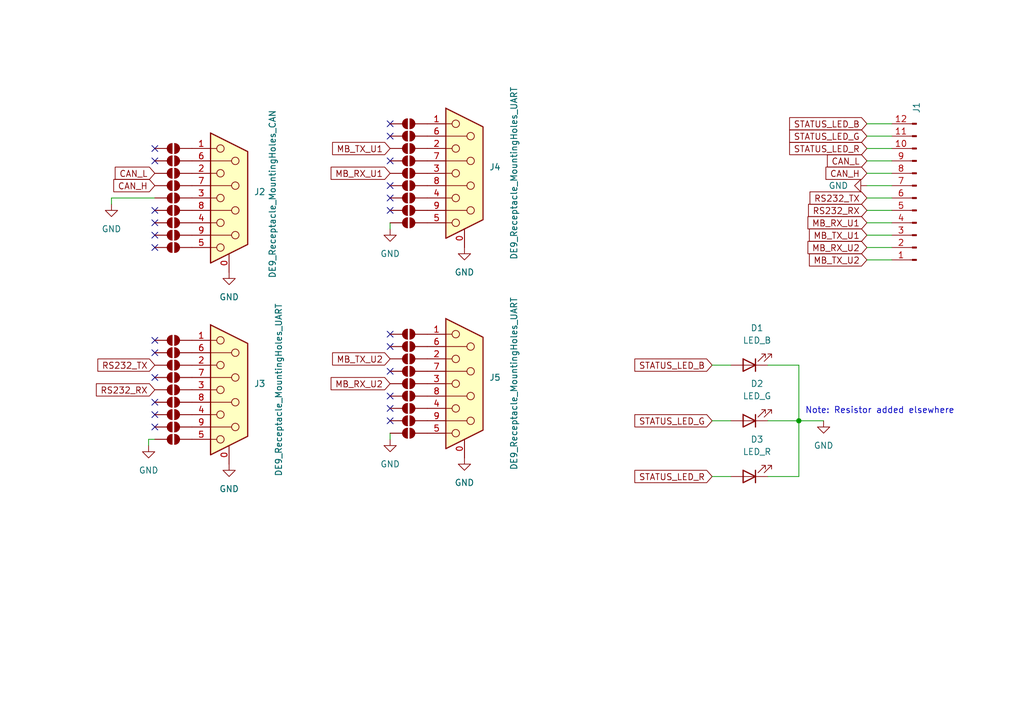
<source format=kicad_sch>
(kicad_sch (version 20231120) (generator "eeschema") (generator_version "8.0")
  (paper "A5")
  (lib_symbols
    (symbol "Connector:Conn_01x12_Pin" (pin_names (offset 1.016) hide)
      (property "Reference" "J" (at 0 15.24 0))
      (property "Value" "Conn_01x12_Pin" (at 0 -17.78 0))
      (symbol "Conn_01x12_Pin_1_1"
        (polyline (pts (xy 1.27 -15.24) (xy 0.8636 -15.24)) (stroke (width 0.1524)))
        (polyline (pts (xy 1.27 -12.7) (xy 0.8636 -12.7)) (stroke (width 0.1524)))
        (polyline (pts (xy 1.27 -10.16) (xy 0.8636 -10.16)) (stroke (width 0.1524)))
        (polyline (pts (xy 1.27 -7.62) (xy 0.8636 -7.62)) (stroke (width 0.1524)))
        (polyline (pts (xy 1.27 -5.08) (xy 0.8636 -5.08)) (stroke (width 0.1524)))
        (polyline (pts (xy 1.27 -2.54) (xy 0.8636 -2.54)) (stroke (width 0.1524)))
        (polyline (pts (xy 1.27 0) (xy 0.8636 0)) (stroke (width 0.1524)))
        (polyline (pts (xy 1.27 2.54) (xy 0.8636 2.54)) (stroke (width 0.1524)))
        (polyline (pts (xy 1.27 5.08) (xy 0.8636 5.08)) (stroke (width 0.1524)))
        (polyline (pts (xy 1.27 7.62) (xy 0.8636 7.62)) (stroke (width 0.1524)))
        (polyline (pts (xy 1.27 10.16) (xy 0.8636 10.16)) (stroke (width 0.1524)))
        (polyline (pts (xy 1.27 12.7) (xy 0.8636 12.7)) (stroke (width 0.1524)))
        (rectangle (start 0.8636 -15.113) (end 0 -15.367) (stroke (width 0.1524)) (fill (type outline)))
        (rectangle (start 0.8636 -12.573) (end 0 -12.827) (stroke (width 0.1524)) (fill (type outline)))
        (rectangle (start 0.8636 -10.033) (end 0 -10.287) (stroke (width 0.1524)) (fill (type outline)))
        (rectangle (start 0.8636 -7.493) (end 0 -7.747) (stroke (width 0.1524)) (fill (type outline)))
        (rectangle (start 0.8636 -4.953) (end 0 -5.207) (stroke (width 0.1524)) (fill (type outline)))
        (rectangle (start 0.8636 -2.413) (end 0 -2.667) (stroke (width 0.1524)) (fill (type outline)))
        (rectangle (start 0.8636 0.127) (end 0 -0.127) (stroke (width 0.1524)) (fill (type outline)))
        (rectangle (start 0.8636 2.667) (end 0 2.413) (stroke (width 0.1524)) (fill (type outline)))
        (rectangle (start 0.8636 5.207) (end 0 4.953) (stroke (width 0.1524)) (fill (type outline)))
        (rectangle (start 0.8636 7.747) (end 0 7.493) (stroke (width 0.1524)) (fill (type outline)))
        (rectangle (start 0.8636 10.287) (end 0 10.033) (stroke (width 0.1524)) (fill (type outline)))
        (rectangle (start 0.8636 12.827) (end 0 12.573) (stroke (width 0.1524)) (fill (type outline)))
        (pin passive line (at 5.08 12.7 180) (length 3.81) (name "Pin_1") (number "1"))
        (pin passive line (at 5.08 -10.16 180) (length 3.81) (name "Pin_10") (number "10"))
        (pin passive line (at 5.08 -12.7 180) (length 3.81) (name "Pin_11") (number "11"))
        (pin passive line (at 5.08 -15.24 180) (length 3.81) (name "Pin_12") (number "12"))
        (pin passive line (at 5.08 10.16 180) (length 3.81) (name "Pin_2") (number "2"))
        (pin passive line (at 5.08 7.62 180) (length 3.81) (name "Pin_3") (number "3"))
        (pin passive line (at 5.08 5.08 180) (length 3.81) (name "Pin_4") (number "4"))
        (pin passive line (at 5.08 2.54 180) (length 3.81) (name "Pin_5") (number "5"))
        (pin passive line (at 5.08 0 180) (length 3.81) (name "Pin_6") (number "6"))
        (pin passive line (at 5.08 -2.54 180) (length 3.81) (name "Pin_7") (number "7"))
        (pin passive line (at 5.08 -5.08 180) (length 3.81) (name "Pin_8") (number "8"))
        (pin passive line (at 5.08 -7.62 180) (length 3.81) (name "Pin_9") (number "9"))
      )
    )
    (symbol "Connector:DE9_Receptacle_MountingHoles" (pin_names (offset 1.016) hide)
      (property "Reference" "J" (at 0 16.51 0))
      (property "Value" "DE9_Receptacle_MountingHoles" (at 0 14.605 0))
      (symbol "DE9_Receptacle_MountingHoles_0_1"
        (circle (center -1.778 -10.16) (radius 0.762))
        (circle (center -1.778 -5.08) (radius 0.762))
        (circle (center -1.778 0) (radius 0.762))
        (circle (center -1.778 5.08) (radius 0.762))
        (circle (center -1.778 10.16) (radius 0.762))
        (polyline (pts (xy -3.81 -10.16) (xy -2.54 -10.16)))
        (polyline (pts (xy -3.81 -7.62) (xy 0.508 -7.62)))
        (polyline (pts (xy -3.81 -5.08) (xy -2.54 -5.08)))
        (polyline (pts (xy -3.81 -2.54) (xy 0.508 -2.54)))
        (polyline (pts (xy -3.81 0) (xy -2.54 0)))
        (polyline (pts (xy -3.81 2.54) (xy 0.508 2.54)))
        (polyline (pts (xy -3.81 5.08) (xy -2.54 5.08)))
        (polyline (pts (xy -3.81 7.62) (xy 0.508 7.62)))
        (polyline (pts (xy -3.81 10.16) (xy -2.54 10.16)))
        (polyline (pts (xy -3.81 13.335) (xy -3.81 -13.335) (xy 3.81 -9.525) (xy 3.81 9.525) (xy -3.81 13.335)) (stroke (width 0.254)) (fill (type background)))
        (circle (center 1.27 -7.62) (radius 0.762))
        (circle (center 1.27 -2.54) (radius 0.762))
        (circle (center 1.27 2.54) (radius 0.762))
        (circle (center 1.27 7.62) (radius 0.762))
      )
      (symbol "DE9_Receptacle_MountingHoles_1_1"
        (pin passive line (at 0 -15.24 90) (length 3.81) (name "PAD") (number "0"))
        (pin passive line (at -7.62 10.16 0) (length 3.81) (name "1") (number "1"))
        (pin passive line (at -7.62 5.08 0) (length 3.81) (name "2") (number "2"))
        (pin passive line (at -7.62 0 0) (length 3.81) (name "3") (number "3"))
        (pin passive line (at -7.62 -5.08 0) (length 3.81) (name "4") (number "4"))
        (pin passive line (at -7.62 -10.16 0) (length 3.81) (name "5") (number "5"))
        (pin passive line (at -7.62 7.62 0) (length 3.81) (name "6") (number "6"))
        (pin passive line (at -7.62 2.54 0) (length 3.81) (name "7") (number "7"))
        (pin passive line (at -7.62 -2.54 0) (length 3.81) (name "8") (number "8"))
        (pin passive line (at -7.62 -7.62 0) (length 3.81) (name "9") (number "9"))
      )
    )
    (symbol "Device:LED" (pin_numbers hide) (pin_names (offset 1.016) hide)
      (property "Reference" "D" (at 0 2.54 0))
      (property "Value" "LED" (at 0 -2.54 0))
      (symbol "LED_0_1"
        (polyline (pts (xy -1.27 -1.27) (xy -1.27 1.27)) (stroke (width 0.254)))
        (polyline (pts (xy -1.27 0) (xy 1.27 0)))
        (polyline (pts (xy 1.27 -1.27) (xy 1.27 1.27) (xy -1.27 0) (xy 1.27 -1.27)) (stroke (width 0.254)))
        (polyline (pts (xy -3.048 -0.762) (xy -4.572 -2.286) (xy -3.81 -2.286) (xy -4.572 -2.286) (xy -4.572 -1.524)))
        (polyline (pts (xy -1.778 -0.762) (xy -3.302 -2.286) (xy -2.54 -2.286) (xy -3.302 -2.286) (xy -3.302 -1.524)))
      )
      (symbol "LED_1_1"
        (pin passive line (at -3.81 0 0) (length 2.54) (name "K") (number "1"))
        (pin passive line (at 3.81 0 180) (length 2.54) (name "A") (number "2"))
      )
    )
    (symbol "Jumper:SolderJumper_2_Open" (pin_numbers hide) (pin_names (offset 0) hide) (exclude_from_sim yes) (in_bom no)
      (property "Reference" "JP" (at 0 2.032 0))
      (property "Value" "SolderJumper_2_Open" (at 0 -2.54 0))
      (symbol "SolderJumper_2_Open_0_1"
        (arc (start -0.254 1.016) (mid -1.2656 0) (end -0.254 -1.016))
        (arc (start -0.254 1.016) (mid -1.2656 0) (end -0.254 -1.016) (fill (type outline)))
        (polyline (pts (xy -0.254 1.016) (xy -0.254 -1.016)))
        (polyline (pts (xy 0.254 1.016) (xy 0.254 -1.016)))
        (arc (start 0.254 -1.016) (mid 1.2656 0) (end 0.254 1.016))
        (arc (start 0.254 -1.016) (mid 1.2656 0) (end 0.254 1.016) (fill (type outline)))
      )
      (symbol "SolderJumper_2_Open_1_1"
        (pin passive line (at -3.81 0 0) (length 2.54) (name "A") (number "1"))
        (pin passive line (at 3.81 0 180) (length 2.54) (name "B") (number "2"))
      )
    )
    (symbol "power:GND" (power) (pin_names (offset 0))
      (property "Value" "GND" (at 0 -3.81 0))
      (symbol "GND_0_1"
        (polyline (pts (xy 0 0) (xy 0 -1.27) (xy 1.27 -1.27) (xy 0 -2.54) (xy -1.27 -1.27) (xy 0 -1.27)))
      )
      (symbol "GND_1_1"
        (pin power_in line (at 0 0 270) (length 0) hide (name "GND") (number "1"))
      )
    )
  )
  (junction (at 163.83 86.36))
  (no_connect (at 31.75 33.02))
  (no_connect (at 80.01 40.64))
  (no_connect (at 31.75 69.85))
  (no_connect (at 31.75 77.47))
  (no_connect (at 31.75 85.09))
  (no_connect (at 31.75 72.39))
  (no_connect (at 80.01 27.94))
  (no_connect (at 31.75 50.8))
  (no_connect (at 80.01 86.36))
  (no_connect (at 31.75 43.18))
  (no_connect (at 31.75 30.48))
  (no_connect (at 31.75 45.72))
  (no_connect (at 31.75 48.26))
  (no_connect (at 31.75 82.55))
  (no_connect (at 80.01 76.2))
  (no_connect (at 80.01 38.1))
  (no_connect (at 80.01 68.58))
  (no_connect (at 80.01 43.18))
  (no_connect (at 80.01 33.02))
  (no_connect (at 31.75 87.63))
  (no_connect (at 80.01 71.12))
  (no_connect (at 80.01 81.28))
  (no_connect (at 80.01 25.4))
  (no_connect (at 80.01 83.82))
  (wire (pts (xy 177.8 45.72) (xy 182.88 45.72)))
  (wire (pts (xy 177.8 30.48) (xy 182.88 30.48)))
  (wire (pts (xy 80.01 90.17) (xy 80.01 88.9)))
  (wire (pts (xy 157.48 97.79) (xy 163.83 97.79)))
  (wire (pts (xy 157.48 74.93) (xy 163.83 74.93)))
  (wire (pts (xy 177.8 38.1) (xy 182.88 38.1)))
  (wire (pts (xy 177.8 50.8) (xy 182.88 50.8)))
  (wire (pts (xy 146.05 97.79) (xy 149.86 97.79)))
  (wire (pts (xy 163.83 97.79) (xy 163.83 86.36)))
  (wire (pts (xy 177.8 35.56) (xy 182.88 35.56)))
  (wire (pts (xy 146.05 74.93) (xy 149.86 74.93)))
  (wire (pts (xy 177.8 40.64) (xy 182.88 40.64)))
  (wire (pts (xy 146.05 86.36) (xy 149.86 86.36)))
  (wire (pts (xy 163.83 74.93) (xy 163.83 86.36)))
  (wire (pts (xy 177.8 33.02) (xy 182.88 33.02)))
  (wire (pts (xy 80.01 46.99) (xy 80.01 45.72)))
  (wire (pts (xy 177.8 27.94) (xy 182.88 27.94)))
  (wire (pts (xy 177.8 48.26) (xy 182.88 48.26)))
  (wire (pts (xy 22.86 41.91) (xy 22.86 40.64)))
  (wire (pts (xy 30.48 90.17) (xy 30.48 91.44)))
  (wire (pts (xy 177.8 53.34) (xy 182.88 53.34)))
  (wire (pts (xy 177.8 25.4) (xy 182.88 25.4)))
  (wire (pts (xy 22.86 40.64) (xy 31.75 40.64)))
  (wire (pts (xy 163.83 86.36) (xy 157.48 86.36)))
  (wire (pts (xy 163.83 86.36) (xy 168.91 86.36)))
  (wire (pts (xy 30.48 90.17) (xy 31.75 90.17)))
  (wire (pts (xy 177.8 43.18) (xy 182.88 43.18)))
  (text "Note: Resistor added elsewhere" (at 165.1 85.09 0) (effects (font (size 1.27 1.27)) (justify left bottom)))
  (global_label "MB_RX_U2" (shape input) (at 177.8 50.8 180) (property "Intersheetrefs" "${INTERSHEET_REFS}" (effects (hide yes))))
  (global_label "RS232_TX" (shape input) (at 177.8 40.64 180) (property "Intersheetrefs" "${INTERSHEET_REFS}" (effects (hide yes))))
  (global_label "CAN_L" (shape input) (at 177.8 33.02 180) (property "Intersheetrefs" "${INTERSHEET_REFS}" (effects (hide yes))))
  (global_label "MB_RX_U1" (shape input) (at 177.8 45.72 180) (property "Intersheetrefs" "${INTERSHEET_REFS}" (effects (hide yes))))
  (global_label "STATUS_LED_R" (shape input) (at 177.8 30.48 180) (property "Intersheetrefs" "${INTERSHEET_REFS}" (effects (hide yes))))
  (global_label "CAN_H" (shape input) (at 31.75 38.1 180) (property "Intersheetrefs" "${INTERSHEET_REFS}" (effects (hide yes))))
  (global_label "MB_TX_U1" (shape input) (at 177.8 48.26 180) (property "Intersheetrefs" "${INTERSHEET_REFS}" (effects (hide yes))))
  (global_label "STATUS_LED_R" (shape input) (at 146.05 97.79 180) (property "Intersheetrefs" "${INTERSHEET_REFS}" (effects (hide yes))))
  (global_label "RS232_TX" (shape input) (at 31.75 74.93 180) (property "Intersheetrefs" "${INTERSHEET_REFS}" (effects (hide yes))))
  (global_label "STATUS_LED_G" (shape input) (at 146.05 86.36 180) (property "Intersheetrefs" "${INTERSHEET_REFS}" (effects (hide yes))))
  (global_label "MB_TX_U2" (shape input) (at 177.8 53.34 180) (property "Intersheetrefs" "${INTERSHEET_REFS}" (effects (hide yes))))
  (global_label "MB_RX_U2" (shape input) (at 80.01 78.74 180) (property "Intersheetrefs" "${INTERSHEET_REFS}" (effects (hide yes))))
  (global_label "STATUS_LED_B" (shape input) (at 146.05 74.93 180) (property "Intersheetrefs" "${INTERSHEET_REFS}" (effects (hide yes))))
  (global_label "RS232_RX" (shape input) (at 31.75 80.01 180) (property "Intersheetrefs" "${INTERSHEET_REFS}" (effects (hide yes))))
  (global_label "MB_TX_U2" (shape input) (at 80.01 73.66 180) (property "Intersheetrefs" "${INTERSHEET_REFS}" (effects (hide yes))))
  (global_label "STATUS_LED_G" (shape input) (at 177.8 27.94 180) (property "Intersheetrefs" "${INTERSHEET_REFS}" (effects (hide yes))))
  (global_label "CAN_L" (shape input) (at 31.75 35.56 180) (property "Intersheetrefs" "${INTERSHEET_REFS}" (effects (hide yes))))
  (global_label "CAN_H" (shape input) (at 177.8 35.56 180) (property "Intersheetrefs" "${INTERSHEET_REFS}" (effects (hide yes))))
  (global_label "STATUS_LED_B" (shape input) (at 177.8 25.4 180) (property "Intersheetrefs" "${INTERSHEET_REFS}" (effects (hide yes))))
  (global_label "MB_TX_U1" (shape input) (at 80.01 30.48 180) (property "Intersheetrefs" "${INTERSHEET_REFS}" (effects (hide yes))))
  (global_label "RS232_RX" (shape input) (at 177.8 43.18 180) (property "Intersheetrefs" "${INTERSHEET_REFS}" (effects (hide yes))))
  (global_label "MB_RX_U1" (shape input) (at 80.01 35.56 180) (property "Intersheetrefs" "${INTERSHEET_REFS}" (effects (hide yes))))
  (symbol (lib_id "Jumper:SolderJumper_2_Open") (at 83.82 27.94 0) (unit 1) (in_bom no)
    (property "Reference" "JP19" (effects (hide yes)))
    (property "Value" "SolderJumper_2_Open" (effects (hide yes)))
    (property "Footprint" "Jumper:SolderJumper-2_P1.3mm_Open_RoundedPad1.0x1.5mm" (effects (hide yes)))
    (property "Description" "Solder Jumper, 2-pole, open" (effects (hide yes)))
  )
  (symbol (lib_id "Jumper:SolderJumper_2_Open") (at 83.82 35.56 0) (unit 1) (in_bom no)
    (property "Reference" "JP22" (effects (hide yes)))
    (property "Value" "SolderJumper_2_Open" (effects (hide yes)))
    (property "Footprint" "Jumper:SolderJumper-2_P1.3mm_Open_RoundedPad1.0x1.5mm" (effects (hide yes)))
    (property "Description" "Solder Jumper, 2-pole, open" (effects (hide yes)))
  )
  (symbol (lib_id "Jumper:SolderJumper_2_Open") (at 83.82 81.28 0) (unit 1) (in_bom no)
    (property "Reference" "JP32" (effects (hide yes)))
    (property "Value" "SolderJumper_2_Open" (effects (hide yes)))
    (property "Footprint" "Jumper:SolderJumper-2_P1.3mm_Open_RoundedPad1.0x1.5mm" (effects (hide yes)))
    (property "Description" "Solder Jumper, 2-pole, open" (effects (hide yes)))
  )
  (symbol (lib_id "Jumper:SolderJumper_2_Open") (at 83.82 33.02 0) (unit 1) (in_bom no)
    (property "Reference" "JP21" (effects (hide yes)))
    (property "Value" "SolderJumper_2_Open" (effects (hide yes)))
    (property "Footprint" "Jumper:SolderJumper-2_P1.3mm_Open_RoundedPad1.0x1.5mm" (effects (hide yes)))
    (property "Description" "Solder Jumper, 2-pole, open" (effects (hide yes)))
  )
  (symbol (lib_id "Jumper:SolderJumper_2_Open") (at 35.56 50.8 0) (unit 1) (in_bom no)
    (property "Reference" "JP17" (effects (hide yes)))
    (property "Value" "SolderJumper_2_Open" (effects (hide yes)))
    (property "Footprint" "Jumper:SolderJumper-2_P1.3mm_Open_RoundedPad1.0x1.5mm" (effects (hide yes)))
    (property "Description" "Solder Jumper, 2-pole, open" (effects (hide yes)))
  )
  (symbol (lib_id "Jumper:SolderJumper_2_Open") (at 83.82 30.48 0) (unit 1) (in_bom no)
    (property "Reference" "JP20" (effects (hide yes)))
    (property "Value" "SolderJumper_2_Open" (effects (hide yes)))
    (property "Footprint" "Jumper:SolderJumper-2_P1.3mm_Open_RoundedPad1.0x1.5mm" (effects (hide yes)))
    (property "Description" "Solder Jumper, 2-pole, open" (effects (hide yes)))
  )
  (symbol (lib_id "Jumper:SolderJumper_2_Open") (at 83.82 83.82 0) (unit 1) (in_bom no)
    (property "Reference" "JP33" (effects (hide yes)))
    (property "Value" "SolderJumper_2_Open" (effects (hide yes)))
    (property "Footprint" "Jumper:SolderJumper-2_P1.3mm_Open_RoundedPad1.0x1.5mm" (effects (hide yes)))
    (property "Description" "Solder Jumper, 2-pole, open" (effects (hide yes)))
  )
  (symbol (lib_id "power:GND") (at 22.86 41.91 0) (unit 1)
    (property "Reference" "#PWR06" (effects (hide yes)))
    (property "Value" "GND" (at 22.86 46.99 0))
  )
  (symbol (lib_id "Jumper:SolderJumper_2_Open") (at 35.56 80.01 0) (unit 1) (in_bom no)
    (property "Reference" "JP5" (effects (hide yes)))
    (property "Value" "SolderJumper_2_Open" (effects (hide yes)))
    (property "Footprint" "Jumper:SolderJumper-2_P1.3mm_Open_RoundedPad1.0x1.5mm" (effects (hide yes)))
    (property "Description" "Solder Jumper, 2-pole, open" (effects (hide yes)))
  )
  (symbol (lib_id "Device:LED") (at 153.67 86.36 180) (unit 1)
    (property "Reference" "D2" (at 155.2575 78.74 0))
    (property "Value" "LED_G" (at 155.2575 81.28 0))
    (property "Footprint" "LED_THT:LED_D3.0mm" (effects (hide yes)))
  )
  (symbol (lib_id "power:GND") (at 46.99 55.88 0) (unit 1)
    (property "Reference" "#PWR04" (effects (hide yes)))
    (property "Value" "GND" (at 46.99 60.96 0))
  )
  (symbol (lib_id "Jumper:SolderJumper_2_Open") (at 35.56 87.63 0) (unit 1) (in_bom no)
    (property "Reference" "JP8" (effects (hide yes)))
    (property "Value" "SolderJumper_2_Open" (effects (hide yes)))
    (property "Footprint" "Jumper:SolderJumper-2_P1.3mm_Open_RoundedPad1.0x1.5mm" (effects (hide yes)))
    (property "Description" "Solder Jumper, 2-pole, open" (effects (hide yes)))
  )
  (symbol (lib_id "Jumper:SolderJumper_2_Open") (at 35.56 45.72 0) (unit 1) (in_bom no)
    (property "Reference" "JP15" (effects (hide yes)))
    (property "Value" "SolderJumper_2_Open" (effects (hide yes)))
    (property "Footprint" "Jumper:SolderJumper-2_P1.3mm_Open_RoundedPad1.0x1.5mm" (effects (hide yes)))
    (property "Description" "Solder Jumper, 2-pole, open" (effects (hide yes)))
  )
  (symbol (lib_id "Jumper:SolderJumper_2_Open") (at 35.56 69.85 0) (unit 1) (in_bom no)
    (property "Reference" "JP1" (effects (hide yes)))
    (property "Value" "SolderJumper_2_Open" (effects (hide yes)))
    (property "Footprint" "Jumper:SolderJumper-2_P1.3mm_Open_RoundedPad1.0x1.5mm" (effects (hide yes)))
    (property "Description" "Solder Jumper, 2-pole, open" (effects (hide yes)))
  )
  (symbol (lib_id "Connector:Conn_01x12_Pin") (at 187.96 40.64 180) (unit 1)
    (property "Reference" "J1" (at 187.96 22.098 90))
    (property "Value" "Conn_01x12_Pin" (effects (hide yes)))
    (property "Footprint" "Connector_Molex:Molex_Picoflex_90325-0012_2x06_P1.27mm_Vertical" (effects (hide yes)))
    (property "Datasheet" "https://www.mouser.se/ProductDetail/538-90325-0012" (effects (hide yes)))
  )
  (symbol (lib_id "Jumper:SolderJumper_2_Open") (at 35.56 33.02 0) (unit 1) (in_bom no)
    (property "Reference" "JP10" (effects (hide yes)))
    (property "Value" "SolderJumper_2_Open" (effects (hide yes)))
    (property "Footprint" "Jumper:SolderJumper-2_P1.3mm_Open_RoundedPad1.0x1.5mm" (effects (hide yes)))
    (property "Description" "Solder Jumper, 2-pole, open" (effects (hide yes)))
  )
  (symbol (lib_id "power:GND") (at 95.25 50.8 0) (unit 1)
    (property "Reference" "#PWR09" (effects (hide yes)))
    (property "Value" "GND" (at 95.25 55.88 0))
  )
  (symbol (lib_id "Jumper:SolderJumper_2_Open") (at 83.82 73.66 0) (unit 1) (in_bom no)
    (property "Reference" "JP29" (effects (hide yes)))
    (property "Value" "SolderJumper_2_Open" (effects (hide yes)))
    (property "Footprint" "Jumper:SolderJumper-2_P1.3mm_Open_RoundedPad1.0x1.5mm" (effects (hide yes)))
    (property "Description" "Solder Jumper, 2-pole, open" (effects (hide yes)))
  )
  (symbol (lib_id "Jumper:SolderJumper_2_Open") (at 83.82 71.12 0) (unit 1) (in_bom no)
    (property "Reference" "JP28" (effects (hide yes)))
    (property "Value" "SolderJumper_2_Open" (effects (hide yes)))
    (property "Footprint" "Jumper:SolderJumper-2_P1.3mm_Open_RoundedPad1.0x1.5mm" (effects (hide yes)))
    (property "Description" "Solder Jumper, 2-pole, open" (effects (hide yes)))
  )
  (symbol (lib_id "Connector:DE9_Receptacle_MountingHoles") (at 95.25 35.56 0) (unit 1)
    (property "Reference" "J4" (at 100.33 34.29 0) (effects (justify left)))
    (property "Value" "DE9_Receptacle_MountingHoles_UART" (at 105.41 53.34 90) (effects (justify left)))
    (property "Footprint" "Connector_Dsub:DSUB-9_Female_Vertical_P2.77x2.84mm_MountingHoles" (effects (hide yes)))
    (property "Datasheet" "https://si.farnell.com/wurth-elektronik/61800929321/d-sub-conn-rcpt-9pos-de-solder/dp/3817857" (effects (hide yes)))
  )
  (symbol (lib_id "Jumper:SolderJumper_2_Open") (at 35.56 30.48 0) (unit 1) (in_bom no)
    (property "Reference" "JP9" (effects (hide yes)))
    (property "Value" "SolderJumper_2_Open" (effects (hide yes)))
    (property "Footprint" "Jumper:SolderJumper-2_P1.3mm_Open_RoundedPad1.0x1.5mm" (effects (hide yes)))
    (property "Description" "Solder Jumper, 2-pole, open" (effects (hide yes)))
  )
  (symbol (lib_id "Jumper:SolderJumper_2_Open") (at 35.56 74.93 0) (unit 1) (in_bom no)
    (property "Reference" "JP3" (effects (hide yes)))
    (property "Value" "SolderJumper_2_Open" (effects (hide yes)))
    (property "Footprint" "Jumper:SolderJumper-2_P1.3mm_Open_RoundedPad1.0x1.5mm" (effects (hide yes)))
    (property "Description" "Solder Jumper, 2-pole, open" (effects (hide yes)))
  )
  (symbol (lib_id "Connector:DE9_Receptacle_MountingHoles") (at 46.99 40.64 0) (unit 1)
    (property "Reference" "J2" (at 52.07 39.37 0) (effects (justify left)))
    (property "Value" "DE9_Receptacle_MountingHoles_CAN" (at 55.88 57.15 90) (effects (justify left)))
    (property "Footprint" "Connector_Dsub:DSUB-9_Female_Vertical_P2.77x2.84mm_MountingHoles" (effects (hide yes)))
    (property "Datasheet" "https://si.farnell.com/wurth-elektronik/61800929321/d-sub-conn-rcpt-9pos-de-solder/dp/3817857" (effects (hide yes)))
  )
  (symbol (lib_id "power:GND") (at 95.25 93.98 0) (unit 1)
    (property "Reference" "#PWR011" (effects (hide yes)))
    (property "Value" "GND" (at 95.25 99.06 0))
  )
  (symbol (lib_id "Jumper:SolderJumper_2_Open") (at 35.56 77.47 0) (unit 1) (in_bom no)
    (property "Reference" "JP4" (effects (hide yes)))
    (property "Value" "SolderJumper_2_Open" (effects (hide yes)))
    (property "Footprint" "Jumper:SolderJumper-2_P1.3mm_Open_RoundedPad1.0x1.5mm" (effects (hide yes)))
    (property "Description" "Solder Jumper, 2-pole, open" (effects (hide yes)))
  )
  (symbol (lib_id "Jumper:SolderJumper_2_Open") (at 35.56 90.17 0) (unit 1) (in_bom no)
    (property "Reference" "JP36" (effects (hide yes)))
    (property "Value" "SolderJumper_2_Open" (effects (hide yes)))
    (property "Footprint" "Jumper:SolderJumper-2_P1.3mm_Open_RoundedPad1.0x1.5mm" (effects (hide yes)))
    (property "Description" "Solder Jumper, 2-pole, open" (effects (hide yes)))
  )
  (symbol (lib_id "Connector:DE9_Receptacle_MountingHoles") (at 95.25 78.74 0) (unit 1)
    (property "Reference" "J5" (at 100.33 77.47 0) (effects (justify left)))
    (property "Value" "DE9_Receptacle_MountingHoles_UART" (at 105.41 96.52 90) (effects (justify left)))
    (property "Footprint" "Connector_Dsub:DSUB-9_Female_Vertical_P2.77x2.84mm_MountingHoles" (effects (hide yes)))
    (property "Datasheet" "https://si.farnell.com/wurth-elektronik/61800929321/d-sub-conn-rcpt-9pos-de-solder/dp/3817857" (effects (hide yes)))
  )
  (symbol (lib_id "Jumper:SolderJumper_2_Open") (at 83.82 88.9 0) (unit 1) (in_bom no)
    (property "Reference" "JP35" (effects (hide yes)))
    (property "Value" "SolderJumper_2_Open" (effects (hide yes)))
    (property "Footprint" "Jumper:SolderJumper-2_P1.3mm_Open_RoundedPad1.0x1.5mm" (effects (hide yes)))
    (property "Description" "Solder Jumper, 2-pole, open" (effects (hide yes)))
  )
  (symbol (lib_id "power:GND") (at 46.99 95.25 0) (unit 1)
    (property "Reference" "#PWR05" (effects (hide yes)))
    (property "Value" "GND" (at 46.99 100.33 0))
  )
  (symbol (lib_id "Device:LED") (at 153.67 97.79 180) (unit 1)
    (property "Reference" "D3" (at 155.2575 90.17 0))
    (property "Value" "LED_R" (at 155.2575 92.71 0))
    (property "Footprint" "LED_THT:LED_D3.0mm" (effects (hide yes)))
  )
  (symbol (lib_id "Jumper:SolderJumper_2_Open") (at 35.56 35.56 0) (unit 1) (in_bom no)
    (property "Reference" "JP11" (effects (hide yes)))
    (property "Value" "SolderJumper_2_Open" (effects (hide yes)))
    (property "Footprint" "Jumper:SolderJumper-2_P1.3mm_Open_RoundedPad1.0x1.5mm" (effects (hide yes)))
    (property "Description" "Solder Jumper, 2-pole, open" (effects (hide yes)))
  )
  (symbol (lib_id "Jumper:SolderJumper_2_Open") (at 35.56 72.39 0) (unit 1) (in_bom no)
    (property "Reference" "JP2" (effects (hide yes)))
    (property "Value" "SolderJumper_2_Open" (effects (hide yes)))
    (property "Footprint" "Jumper:SolderJumper-2_P1.3mm_Open_RoundedPad1.0x1.5mm" (effects (hide yes)))
    (property "Description" "Solder Jumper, 2-pole, open" (effects (hide yes)))
  )
  (symbol (lib_id "Jumper:SolderJumper_2_Open") (at 83.82 86.36 0) (unit 1) (in_bom no)
    (property "Reference" "JP34" (effects (hide yes)))
    (property "Value" "SolderJumper_2_Open" (effects (hide yes)))
    (property "Footprint" "Jumper:SolderJumper-2_P1.3mm_Open_RoundedPad1.0x1.5mm" (effects (hide yes)))
    (property "Description" "Solder Jumper, 2-pole, open" (effects (hide yes)))
  )
  (symbol (lib_id "Jumper:SolderJumper_2_Open") (at 83.82 25.4 0) (unit 1) (in_bom no)
    (property "Reference" "JP18" (effects (hide yes)))
    (property "Value" "SolderJumper_2_Open" (effects (hide yes)))
    (property "Footprint" "Jumper:SolderJumper-2_P1.3mm_Open_RoundedPad1.0x1.5mm" (effects (hide yes)))
    (property "Description" "Solder Jumper, 2-pole, open" (effects (hide yes)))
  )
  (symbol (lib_id "Jumper:SolderJumper_2_Open") (at 83.82 76.2 0) (unit 1) (in_bom no)
    (property "Reference" "JP30" (effects (hide yes)))
    (property "Value" "SolderJumper_2_Open" (effects (hide yes)))
    (property "Footprint" "Jumper:SolderJumper-2_P1.3mm_Open_RoundedPad1.0x1.5mm" (effects (hide yes)))
    (property "Description" "Solder Jumper, 2-pole, open" (effects (hide yes)))
  )
  (symbol (lib_id "Device:LED") (at 153.67 74.93 180) (unit 1)
    (property "Reference" "D1" (at 155.2575 67.31 0))
    (property "Value" "LED_B" (at 155.2575 69.85 0))
    (property "Footprint" "LED_THT:LED_D3.0mm" (effects (hide yes)))
  )
  (symbol (lib_id "power:GND") (at 30.48 91.44 0) (unit 1)
    (property "Reference" "#PWR07" (effects (hide yes)))
    (property "Value" "GND" (at 30.48 96.52 0))
  )
  (symbol (lib_id "Jumper:SolderJumper_2_Open") (at 83.82 68.58 0) (unit 1) (in_bom no)
    (property "Reference" "JP27" (effects (hide yes)))
    (property "Value" "SolderJumper_2_Open" (effects (hide yes)))
    (property "Footprint" "Jumper:SolderJumper-2_P1.3mm_Open_RoundedPad1.0x1.5mm" (effects (hide yes)))
    (property "Description" "Solder Jumper, 2-pole, open" (effects (hide yes)))
  )
  (symbol (lib_id "Jumper:SolderJumper_2_Open") (at 83.82 40.64 0) (unit 1) (in_bom no)
    (property "Reference" "JP24" (effects (hide yes)))
    (property "Value" "SolderJumper_2_Open" (effects (hide yes)))
    (property "Footprint" "Jumper:SolderJumper-2_P1.3mm_Open_RoundedPad1.0x1.5mm" (effects (hide yes)))
    (property "Description" "Solder Jumper, 2-pole, open" (effects (hide yes)))
  )
  (symbol (lib_id "power:GND") (at 177.8 38.1 270) (mirror x) (unit 1)
    (property "Reference" "#PWR01" (effects (hide yes)))
    (property "Value" "GND" (at 173.99 38.1 90) (effects (justify right)))
  )
  (symbol (lib_id "Connector:DE9_Receptacle_MountingHoles") (at 46.99 80.01 0) (unit 1)
    (property "Reference" "J3" (at 52.07 78.74 0) (effects (justify left)))
    (property "Value" "DE9_Receptacle_MountingHoles_UART" (at 57.15 97.79 90) (effects (justify left)))
    (property "Footprint" "Connector_Dsub:DSUB-9_Female_Vertical_P2.77x2.84mm_MountingHoles" (effects (hide yes)))
    (property "Datasheet" "https://si.farnell.com/wurth-elektronik/61800929321/d-sub-conn-rcpt-9pos-de-solder/dp/3817857" (effects (hide yes)))
  )
  (symbol (lib_id "Jumper:SolderJumper_2_Open") (at 35.56 40.64 0) (unit 1) (in_bom no)
    (property "Reference" "JP13" (effects (hide yes)))
    (property "Value" "SolderJumper_2_Open" (effects (hide yes)))
    (property "Footprint" "Jumper:SolderJumper-2_P1.3mm_Open_RoundedPad1.0x1.5mm" (effects (hide yes)))
    (property "Description" "Solder Jumper, 2-pole, open" (effects (hide yes)))
  )
  (symbol (lib_id "Jumper:SolderJumper_2_Open") (at 35.56 85.09 0) (unit 1) (in_bom no)
    (property "Reference" "JP7" (effects (hide yes)))
    (property "Value" "SolderJumper_2_Open" (effects (hide yes)))
    (property "Footprint" "Jumper:SolderJumper-2_P1.3mm_Open_RoundedPad1.0x1.5mm" (effects (hide yes)))
    (property "Description" "Solder Jumper, 2-pole, open" (effects (hide yes)))
  )
  (symbol (lib_id "power:GND") (at 168.91 86.36 0) (unit 1)
    (property "Reference" "#PWR03" (effects (hide yes)))
    (property "Value" "GND" (at 168.91 91.44 0))
  )
  (symbol (lib_id "Jumper:SolderJumper_2_Open") (at 83.82 78.74 0) (unit 1) (in_bom no)
    (property "Reference" "JP31" (effects (hide yes)))
    (property "Value" "SolderJumper_2_Open" (effects (hide yes)))
    (property "Footprint" "Jumper:SolderJumper-2_P1.3mm_Open_RoundedPad1.0x1.5mm" (effects (hide yes)))
    (property "Description" "Solder Jumper, 2-pole, open" (effects (hide yes)))
  )
  (symbol (lib_id "power:GND") (at 80.01 90.17 0) (unit 1)
    (property "Reference" "#PWR010" (effects (hide yes)))
    (property "Value" "GND" (at 80.01 95.25 0))
  )
  (symbol (lib_id "Jumper:SolderJumper_2_Open") (at 35.56 82.55 0) (unit 1) (in_bom no)
    (property "Reference" "JP6" (effects (hide yes)))
    (property "Value" "SolderJumper_2_Open" (effects (hide yes)))
    (property "Footprint" "Jumper:SolderJumper-2_P1.3mm_Open_RoundedPad1.0x1.5mm" (effects (hide yes)))
    (property "Description" "Solder Jumper, 2-pole, open" (effects (hide yes)))
  )
  (symbol (lib_id "Jumper:SolderJumper_2_Open") (at 35.56 38.1 0) (unit 1) (in_bom no)
    (property "Reference" "JP12" (effects (hide yes)))
    (property "Value" "SolderJumper_2_Open" (effects (hide yes)))
    (property "Footprint" "Jumper:SolderJumper-2_P1.3mm_Open_RoundedPad1.0x1.5mm" (effects (hide yes)))
    (property "Description" "Solder Jumper, 2-pole, open" (effects (hide yes)))
  )
  (symbol (lib_id "Jumper:SolderJumper_2_Open") (at 83.82 38.1 0) (unit 1) (in_bom no)
    (property "Reference" "JP23" (effects (hide yes)))
    (property "Value" "SolderJumper_2_Open" (effects (hide yes)))
    (property "Footprint" "Jumper:SolderJumper-2_P1.3mm_Open_RoundedPad1.0x1.5mm" (effects (hide yes)))
    (property "Description" "Solder Jumper, 2-pole, open" (effects (hide yes)))
  )
  (symbol (lib_id "Jumper:SolderJumper_2_Open") (at 83.82 43.18 0) (unit 1) (in_bom no)
    (property "Reference" "JP25" (effects (hide yes)))
    (property "Value" "SolderJumper_2_Open" (effects (hide yes)))
    (property "Footprint" "Jumper:SolderJumper-2_P1.3mm_Open_RoundedPad1.0x1.5mm" (effects (hide yes)))
    (property "Description" "Solder Jumper, 2-pole, open" (effects (hide yes)))
  )
  (symbol (lib_id "Jumper:SolderJumper_2_Open") (at 35.56 48.26 0) (unit 1) (in_bom no)
    (property "Reference" "JP16" (effects (hide yes)))
    (property "Value" "SolderJumper_2_Open" (effects (hide yes)))
    (property "Footprint" "Jumper:SolderJumper-2_P1.3mm_Open_RoundedPad1.0x1.5mm" (effects (hide yes)))
    (property "Description" "Solder Jumper, 2-pole, open" (effects (hide yes)))
  )
  (symbol (lib_id "Jumper:SolderJumper_2_Open") (at 83.82 45.72 0) (unit 1) (in_bom no)
    (property "Reference" "JP26" (effects (hide yes)))
    (property "Value" "SolderJumper_2_Open" (effects (hide yes)))
    (property "Footprint" "Jumper:SolderJumper-2_P1.3mm_Open_RoundedPad1.0x1.5mm" (effects (hide yes)))
    (property "Description" "Solder Jumper, 2-pole, open" (effects (hide yes)))
  )
  (symbol (lib_id "power:GND") (at 80.01 46.99 0) (unit 1)
    (property "Reference" "#PWR08" (effects (hide yes)))
    (property "Value" "GND" (at 80.01 52.07 0))
  )
  (symbol (lib_id "Jumper:SolderJumper_2_Open") (at 35.56 43.18 0) (unit 1) (in_bom no)
    (property "Reference" "JP14" (effects (hide yes)))
    (property "Value" "SolderJumper_2_Open" (effects (hide yes)))
    (property "Footprint" "Jumper:SolderJumper-2_P1.3mm_Open_RoundedPad1.0x1.5mm" (effects (hide yes)))
    (property "Description" "Solder Jumper, 2-pole, open" (effects (hide yes)))
  )
)
</source>
